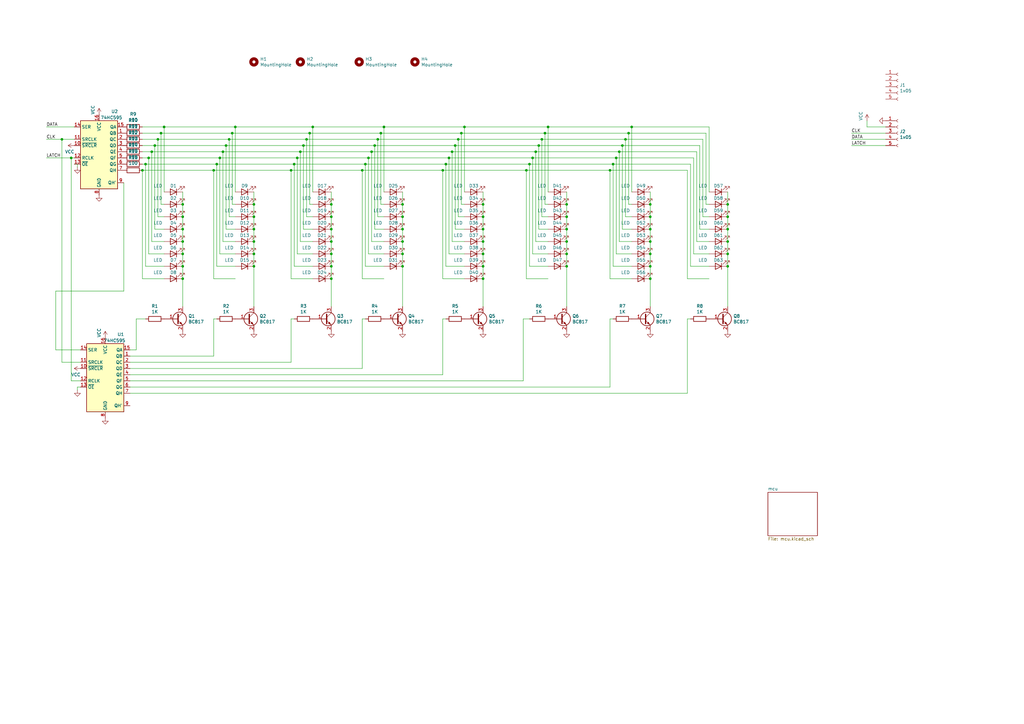
<source format=kicad_sch>
(kicad_sch (version 20231120) (generator "eeschema") (generator_version "8.0")
  (paper "A3")
  (lib_symbols
    (symbol "lepetocontrol-rescue:74HC595-74xx"
      (property "Reference" "U" (at -7.62 13.97 0))
      (property "Value" "74HC595-74xx" (at -7.62 -16.51 0))
      (symbol "74HC595-74xx_1_0"
        (pin tri_state line (at 10.16 7.62 180) (length 2.54) (name "QB") (number "1"))
        (pin input line (at -10.16 2.54 0) (length 2.54) (name "~{SRCLR}") (number "10"))
        (pin input line (at -10.16 5.08 0) (length 2.54) (name "SRCLK") (number "11"))
        (pin input line (at -10.16 -2.54 0) (length 2.54) (name "RCLK") (number "12"))
        (pin input line (at -10.16 -5.08 0) (length 2.54) (name "~{OE}") (number "13"))
        (pin input line (at -10.16 10.16 0) (length 2.54) (name "SER") (number "14"))
        (pin tri_state line (at 10.16 10.16 180) (length 2.54) (name "QA") (number "15"))
        (pin power_in line (at 0 15.24 270) (length 2.54) (name "VCC") (number "16"))
        (pin tri_state line (at 10.16 5.08 180) (length 2.54) (name "QC") (number "2"))
        (pin tri_state line (at 10.16 2.54 180) (length 2.54) (name "QD") (number "3"))
        (pin tri_state line (at 10.16 0 180) (length 2.54) (name "QE") (number "4"))
        (pin tri_state line (at 10.16 -2.54 180) (length 2.54) (name "QF") (number "5"))
        (pin tri_state line (at 10.16 -5.08 180) (length 2.54) (name "QG") (number "6"))
        (pin tri_state line (at 10.16 -7.62 180) (length 2.54) (name "QH") (number "7"))
        (pin power_in line (at 0 -17.78 90) (length 2.54) (name "GND") (number "8"))
        (pin output line (at 10.16 -12.7 180) (length 2.54) (name "QH'") (number "9"))
      )
      (symbol "74HC595-74xx_1_1"
        (rectangle (start -7.62 12.7) (end 7.62 -15.24) (stroke (width 0.254)) (fill (type background)))
      )
    )
    (symbol "lepetocontrol-rescue:BC817-transistors" (pin_names (offset 0) hide)
      (property "Reference" "Q" (at 5.08 1.905 0))
      (property "Value" "BC817-transistors" (at 5.08 0 0))
      (symbol "BC817-transistors_0_1"
        (polyline (pts (xy 0.635 0.635) (xy 2.54 2.54)))
        (polyline (pts (xy 0.635 -0.635) (xy 2.54 -2.54) (xy 2.54 -2.54)))
        (polyline (pts (xy 0.635 1.905) (xy 0.635 -1.905) (xy 0.635 -1.905)) (stroke (width 0.508)))
        (polyline (pts (xy 1.27 -1.778) (xy 1.778 -1.27) (xy 2.286 -2.286) (xy 1.27 -1.778) (xy 1.27 -1.778)) (fill (type outline)))
        (circle (center 1.27 0) (radius 2.8194) (stroke (width 0.254)))
      )
      (symbol "BC817-transistors_1_1"
        (pin input line (at -5.08 0 0) (length 5.715) (name "B") (number "1"))
        (pin passive line (at 2.54 -5.08 90) (length 2.54) (name "E") (number "2"))
        (pin passive line (at 2.54 5.08 270) (length 2.54) (name "C") (number "3"))
      )
    )
    (symbol "lepetocontrol-rescue:Conn_01x05_Female-conn" (pin_names (offset 1.016) hide)
      (property "Reference" "J" (at 0 7.62 0))
      (property "Value" "Conn_01x05_Female-conn" (at 0 -7.62 0))
      (symbol "Conn_01x05_Female-conn_1_1"
        (arc (start 0 -4.572) (mid -0.508 -5.08) (end 0 -5.588) (stroke (width 0.1524)))
        (arc (start 0 -2.032) (mid -0.508 -2.54) (end 0 -3.048) (stroke (width 0.1524)))
        (polyline (pts (xy -1.27 -5.08) (xy -0.508 -5.08)) (stroke (width 0.1524)))
        (polyline (pts (xy -1.27 -2.54) (xy -0.508 -2.54)) (stroke (width 0.1524)))
        (polyline (pts (xy -1.27 0) (xy -0.508 0)) (stroke (width 0.1524)))
        (polyline (pts (xy -1.27 2.54) (xy -0.508 2.54)) (stroke (width 0.1524)))
        (polyline (pts (xy -1.27 5.08) (xy -0.508 5.08)) (stroke (width 0.1524)))
        (arc (start 0 0.508) (mid -0.508 0) (end 0 -0.508) (stroke (width 0.1524)))
        (arc (start 0 3.048) (mid -0.508 2.54) (end 0 2.032) (stroke (width 0.1524)))
        (arc (start 0 5.588) (mid -0.508 5.08) (end 0 4.572) (stroke (width 0.1524)))
        (pin passive line (at -5.08 5.08 0) (length 3.81) (name "Pin_1") (number "1"))
        (pin passive line (at -5.08 2.54 0) (length 3.81) (name "Pin_2") (number "2"))
        (pin passive line (at -5.08 0 0) (length 3.81) (name "Pin_3") (number "3"))
        (pin passive line (at -5.08 -2.54 0) (length 3.81) (name "Pin_4") (number "4"))
        (pin passive line (at -5.08 -5.08 0) (length 3.81) (name "Pin_5") (number "5"))
      )
    )
    (symbol "lepetocontrol-rescue:GND-power" (power) (pin_names (offset 0))
      (property "Value" "GND-power" (at 0 -3.81 0))
      (symbol "GND-power_0_1"
        (polyline (pts (xy 0 0) (xy 0 -1.27) (xy 1.27 -1.27) (xy 0 -2.54) (xy -1.27 -1.27) (xy 0 -1.27)))
      )
      (symbol "GND-power_1_1"
        (pin power_in line (at 0 0 270) (length 0) hide (name "GND") (number "1"))
      )
    )
    (symbol "lepetocontrol-rescue:LED-device" (pin_numbers hide) (pin_names (offset 1.016) hide)
      (property "Reference" "D" (at 0 2.54 0))
      (property "Value" "LED-device" (at 0 -2.54 0))
      (symbol "LED-device_0_1"
        (polyline (pts (xy -1.27 -1.27) (xy -1.27 1.27)) (stroke (width 0.254)))
        (polyline (pts (xy -1.27 0) (xy 1.27 0)))
        (polyline (pts (xy 1.27 -1.27) (xy 1.27 1.27) (xy -1.27 0) (xy 1.27 -1.27)) (stroke (width 0.254)))
        (polyline (pts (xy -3.048 -0.762) (xy -4.572 -2.286) (xy -3.81 -2.286) (xy -4.572 -2.286) (xy -4.572 -1.524)))
        (polyline (pts (xy -1.778 -0.762) (xy -3.302 -2.286) (xy -2.54 -2.286) (xy -3.302 -2.286) (xy -3.302 -1.524)))
      )
      (symbol "LED-device_1_1"
        (pin passive line (at -3.81 0 0) (length 2.54) (name "K") (number "1"))
        (pin passive line (at 3.81 0 180) (length 2.54) (name "A") (number "2"))
      )
    )
    (symbol "lepetocontrol-rescue:MountingHole-mechanical" (pin_names (offset 1.016))
      (property "Reference" "H" (at 0 5.08 0))
      (property "Value" "MountingHole-mechanical" (at 0 3.175 0))
      (symbol "MountingHole-mechanical_0_1"
        (circle (center 0 0) (radius 1.27) (stroke (width 1.27)))
      )
    )
    (symbol "lepetocontrol-rescue:R-device" (pin_numbers hide) (pin_names (offset 0))
      (property "Reference" "R" (at 2.032 0 90))
      (property "Value" "R-device" (at 0 0 90))
      (symbol "R-device_0_1"
        (rectangle (start -1.016 -2.54) (end 1.016 2.54) (stroke (width 0.254)))
      )
      (symbol "R-device_1_1"
        (pin passive line (at 0 3.81 270) (length 1.27) (name "~") (number "1"))
        (pin passive line (at 0 -3.81 90) (length 1.27) (name "~") (number "2"))
      )
    )
    (symbol "lepetocontrol-rescue:VCC-power" (power) (pin_names (offset 0))
      (property "Value" "VCC-power" (at 0 3.81 0))
      (symbol "VCC-power_0_1"
        (polyline (pts (xy -0.762 1.27) (xy 0 2.54)))
        (polyline (pts (xy 0 0) (xy 0 2.54)))
        (polyline (pts (xy 0 2.54) (xy 0.762 1.27)))
      )
      (symbol "VCC-power_1_1"
        (pin power_in line (at 0 0 90) (length 0) hide (name "VCC") (number "1"))
      )
    )
  )
  (junction (at 25.4 57.15))
  (junction (at 125.73 57.15))
  (junction (at 58.42 69.85))
  (junction (at 198.12 114.3))
  (junction (at 74.93 99.06))
  (junction (at 60.96 64.77))
  (junction (at 64.77 57.15))
  (junction (at 119.38 69.85))
  (junction (at 96.52 52.07))
  (junction (at 128.27 52.07))
  (junction (at 184.15 64.77))
  (junction (at 104.14 88.9))
  (junction (at 165.1 104.14))
  (junction (at 266.7 109.22))
  (junction (at 165.1 93.98))
  (junction (at 124.46 59.69))
  (junction (at 74.93 114.3))
  (junction (at 135.89 104.14))
  (junction (at 187.96 57.15))
  (junction (at 157.48 52.07))
  (junction (at 266.7 99.06))
  (junction (at 66.04 54.61))
  (junction (at 91.44 62.23))
  (junction (at 215.9 69.85))
  (junction (at 198.12 88.9))
  (junction (at 266.7 83.82))
  (junction (at 298.45 99.06))
  (junction (at 135.89 93.98))
  (junction (at 165.1 109.22))
  (junction (at 152.4 62.23))
  (junction (at 151.13 64.77))
  (junction (at 232.41 88.9))
  (junction (at 120.65 67.31))
  (junction (at 90.17 64.77))
  (junction (at 266.7 88.9))
  (junction (at 298.45 83.82))
  (junction (at 74.93 83.82))
  (junction (at 123.19 62.23))
  (junction (at 153.67 59.69))
  (junction (at 186.69 59.69))
  (junction (at 88.9 67.31))
  (junction (at 220.98 59.69))
  (junction (at 198.12 83.82))
  (junction (at 62.23 62.23))
  (junction (at 250.19 69.85))
  (junction (at 181.61 69.85))
  (junction (at 104.14 109.22))
  (junction (at 219.71 62.23))
  (junction (at 156.21 54.61))
  (junction (at 257.81 54.61))
  (junction (at 232.41 99.06))
  (junction (at 185.42 62.23))
  (junction (at 149.86 67.31))
  (junction (at 198.12 99.06))
  (junction (at 87.63 69.85))
  (junction (at 127 54.61))
  (junction (at 256.54 57.15))
  (junction (at 298.45 104.14))
  (junction (at 104.14 99.06))
  (junction (at 104.14 93.98))
  (junction (at 198.12 93.98))
  (junction (at 298.45 93.98))
  (junction (at 74.93 109.22))
  (junction (at 218.44 64.77))
  (junction (at 74.93 88.9))
  (junction (at 74.93 104.14))
  (junction (at 224.79 52.07))
  (junction (at 232.41 83.82))
  (junction (at 198.12 104.14))
  (junction (at 93.98 57.15))
  (junction (at 95.25 54.61))
  (junction (at 165.1 99.06))
  (junction (at 29.21 64.77))
  (junction (at 67.31 52.07))
  (junction (at 266.7 93.98))
  (junction (at 190.5 52.07))
  (junction (at 232.41 109.22))
  (junction (at 198.12 109.22))
  (junction (at 135.89 109.22))
  (junction (at 259.08 52.07))
  (junction (at 189.23 54.61))
  (junction (at 255.27 59.69))
  (junction (at 92.71 59.69))
  (junction (at 266.7 114.3))
  (junction (at 298.45 109.22))
  (junction (at 251.46 67.31))
  (junction (at 254 62.23))
  (junction (at 135.89 88.9))
  (junction (at 266.7 104.14))
  (junction (at 298.45 88.9))
  (junction (at 63.5 59.69))
  (junction (at 223.52 54.61))
  (junction (at 135.89 99.06))
  (junction (at 59.69 67.31))
  (junction (at 165.1 83.82))
  (junction (at 121.92 64.77))
  (junction (at 182.88 67.31))
  (junction (at 232.41 93.98))
  (junction (at 104.14 104.14))
  (junction (at 232.41 104.14))
  (junction (at 135.89 114.3))
  (junction (at 165.1 88.9))
  (junction (at 148.59 69.85))
  (junction (at 104.14 83.82))
  (junction (at 252.73 64.77))
  (junction (at 135.89 83.82))
  (junction (at 74.93 93.98))
  (junction (at 217.17 67.31))
  (junction (at 222.25 57.15))
  (junction (at 154.94 57.15))
  (wire (pts (xy 287.02 59.69) (xy 287.02 93.98)))
  (wire (pts (xy 90.17 104.14) (xy 96.52 104.14)))
  (wire (pts (xy 232.41 83.82) (xy 232.41 88.9)))
  (wire (pts (xy 74.93 93.98) (xy 74.93 99.06)))
  (wire (pts (xy 285.75 62.23) (xy 285.75 99.06)))
  (wire (pts (xy 156.21 54.61) (xy 189.23 54.61)))
  (wire (pts (xy 135.89 88.9) (xy 135.89 93.98)))
  (wire (pts (xy 232.41 88.9) (xy 232.41 93.98)))
  (wire (pts (xy 87.63 69.85) (xy 87.63 114.3)))
  (wire (pts (xy 63.5 59.69) (xy 92.71 59.69)))
  (wire (pts (xy 91.44 62.23) (xy 123.19 62.23)))
  (wire (pts (xy 63.5 59.69) (xy 63.5 93.98)))
  (wire (pts (xy 257.81 54.61) (xy 289.56 54.61)))
  (wire (pts (xy 135.89 99.06) (xy 135.89 104.14)))
  (wire (pts (xy 281.94 161.29) (xy 53.34 161.29)))
  (wire (pts (xy 298.45 104.14) (xy 298.45 109.22)))
  (wire (pts (xy 232.41 104.14) (xy 232.41 109.22)))
  (wire (pts (xy 53.34 158.75) (xy 250.19 158.75)))
  (wire (pts (xy 149.86 67.31) (xy 149.86 109.22)))
  (wire (pts (xy 95.25 54.61) (xy 127 54.61)))
  (wire (pts (xy 165.1 104.14) (xy 165.1 109.22)))
  (wire (pts (xy 220.98 59.69) (xy 255.27 59.69)))
  (wire (pts (xy 74.93 114.3) (xy 74.93 125.73)))
  (wire (pts (xy 250.19 130.81) (xy 251.46 130.81)))
  (wire (pts (xy 128.27 52.07) (xy 157.48 52.07)))
  (wire (pts (xy 156.21 83.82) (xy 157.48 83.82)))
  (wire (pts (xy 29.21 156.21) (xy 29.21 64.77)))
  (wire (pts (xy 198.12 99.06) (xy 198.12 104.14)))
  (wire (pts (xy 184.15 104.14) (xy 190.5 104.14)))
  (wire (pts (xy 284.48 104.14) (xy 290.83 104.14)))
  (wire (pts (xy 124.46 59.69) (xy 124.46 93.98)))
  (wire (pts (xy 186.69 59.69) (xy 186.69 93.98)))
  (wire (pts (xy 289.56 83.82) (xy 290.83 83.82)))
  (wire (pts (xy 266.7 99.06) (xy 266.7 104.14)))
  (wire (pts (xy 148.59 114.3) (xy 157.48 114.3)))
  (wire (pts (xy 187.96 57.15) (xy 187.96 88.9)))
  (wire (pts (xy 88.9 67.31) (xy 88.9 109.22)))
  (wire (pts (xy 363.22 59.69) (xy 349.25 59.69)))
  (wire (pts (xy 92.71 59.69) (xy 92.71 93.98)))
  (wire (pts (xy 266.7 83.82) (xy 266.7 88.9)))
  (wire (pts (xy 298.45 109.22) (xy 298.45 125.73)))
  (wire (pts (xy 220.98 93.98) (xy 224.79 93.98)))
  (wire (pts (xy 29.21 64.77) (xy 30.48 64.77)))
  (wire (pts (xy 92.71 59.69) (xy 124.46 59.69)))
  (wire (pts (xy 250.19 69.85) (xy 281.94 69.85)))
  (wire (pts (xy 281.94 114.3) (xy 290.83 114.3)))
  (wire (pts (xy 254 62.23) (xy 254 99.06)))
  (wire (pts (xy 148.59 130.81) (xy 149.86 130.81)))
  (wire (pts (xy 58.42 114.3) (xy 67.31 114.3)))
  (wire (pts (xy 119.38 130.81) (xy 120.65 130.81)))
  (wire (pts (xy 53.34 156.21) (xy 214.63 156.21)))
  (wire (pts (xy 255.27 59.69) (xy 255.27 93.98)))
  (wire (pts (xy 198.12 83.82) (xy 198.12 88.9)))
  (wire (pts (xy 283.21 109.22) (xy 290.83 109.22)))
  (wire (pts (xy 149.86 67.31) (xy 182.88 67.31)))
  (wire (pts (xy 55.88 143.51) (xy 55.88 130.81)))
  (wire (pts (xy 53.34 148.59) (xy 119.38 148.59)))
  (wire (pts (xy 254 62.23) (xy 285.75 62.23)))
  (wire (pts (xy 58.42 64.77) (xy 60.96 64.77)))
  (wire (pts (xy 259.08 52.07) (xy 290.83 52.07)))
  (wire (pts (xy 157.48 52.07) (xy 157.48 78.74)))
  (wire (pts (xy 224.79 52.07) (xy 224.79 78.74)))
  (wire (pts (xy 218.44 64.77) (xy 252.73 64.77)))
  (wire (pts (xy 135.89 114.3) (xy 135.89 125.73)))
  (wire (pts (xy 223.52 54.61) (xy 223.52 83.82)))
  (wire (pts (xy 58.42 69.85) (xy 58.42 114.3)))
  (wire (pts (xy 67.31 52.07) (xy 96.52 52.07)))
  (wire (pts (xy 63.5 93.98) (xy 67.31 93.98)))
  (wire (pts (xy 59.69 67.31) (xy 59.69 109.22)))
  (wire (pts (xy 363.22 57.15) (xy 349.25 57.15)))
  (wire (pts (xy 104.14 109.22) (xy 104.14 125.73)))
  (wire (pts (xy 121.92 64.77) (xy 151.13 64.77)))
  (wire (pts (xy 290.83 52.07) (xy 290.83 78.74)))
  (wire (pts (xy 104.14 93.98) (xy 104.14 99.06)))
  (wire (pts (xy 198.12 104.14) (xy 198.12 109.22)))
  (wire (pts (xy 156.21 54.61) (xy 156.21 83.82)))
  (wire (pts (xy 123.19 62.23) (xy 152.4 62.23)))
  (wire (pts (xy 222.25 88.9) (xy 224.79 88.9)))
  (wire (pts (xy 120.65 67.31) (xy 120.65 109.22)))
  (wire (pts (xy 119.38 114.3) (xy 128.27 114.3)))
  (wire (pts (xy 250.19 158.75) (xy 250.19 130.81)))
  (wire (pts (xy 186.69 59.69) (xy 220.98 59.69)))
  (wire (pts (xy 151.13 64.77) (xy 151.13 104.14)))
  (wire (pts (xy 127 83.82) (xy 128.27 83.82)))
  (wire (pts (xy 266.7 114.3) (xy 266.7 125.73)))
  (wire (pts (xy 232.41 99.06) (xy 232.41 104.14)))
  (wire (pts (xy 58.42 69.85) (xy 87.63 69.85)))
  (wire (pts (xy 128.27 52.07) (xy 128.27 78.74)))
  (wire (pts (xy 152.4 62.23) (xy 152.4 99.06)))
  (wire (pts (xy 74.93 109.22) (xy 74.93 114.3)))
  (wire (pts (xy 124.46 59.69) (xy 153.67 59.69)))
  (wire (pts (xy 149.86 109.22) (xy 157.48 109.22)))
  (wire (pts (xy 121.92 64.77) (xy 121.92 104.14)))
  (wire (pts (xy 154.94 57.15) (xy 187.96 57.15)))
  (wire (pts (xy 33.02 143.51) (xy 22.86 143.51)))
  (wire (pts (xy 165.1 83.82) (xy 165.1 88.9)))
  (wire (pts (xy 254 99.06) (xy 259.08 99.06)))
  (wire (pts (xy 256.54 88.9) (xy 259.08 88.9)))
  (wire (pts (xy 53.34 153.67) (xy 181.61 153.67)))
  (wire (pts (xy 91.44 62.23) (xy 91.44 99.06)))
  (wire (pts (xy 153.67 59.69) (xy 186.69 59.69)))
  (wire (pts (xy 224.79 52.07) (xy 259.08 52.07)))
  (wire (pts (xy 148.59 151.13) (xy 148.59 130.81)))
  (wire (pts (xy 58.42 54.61) (xy 66.04 54.61)))
  (wire (pts (xy 198.12 78.74) (xy 198.12 83.82)))
  (wire (pts (xy 53.34 143.51) (xy 55.88 143.51)))
  (wire (pts (xy 182.88 67.31) (xy 217.17 67.31)))
  (wire (pts (xy 87.63 130.81) (xy 88.9 130.81)))
  (wire (pts (xy 214.63 130.81) (xy 217.17 130.81)))
  (wire (pts (xy 187.96 88.9) (xy 190.5 88.9)))
  (wire (pts (xy 283.21 67.31) (xy 283.21 109.22)))
  (wire (pts (xy 298.45 99.06) (xy 298.45 104.14)))
  (wire (pts (xy 256.54 57.15) (xy 288.29 57.15)))
  (wire (pts (xy 92.71 93.98) (xy 96.52 93.98)))
  (wire (pts (xy 214.63 156.21) (xy 214.63 130.81)))
  (wire (pts (xy 298.45 88.9) (xy 298.45 93.98)))
  (wire (pts (xy 96.52 52.07) (xy 96.52 78.74)))
  (wire (pts (xy 74.93 104.14) (xy 74.93 109.22)))
  (wire (pts (xy 135.89 93.98) (xy 135.89 99.06)))
  (wire (pts (xy 222.25 57.15) (xy 256.54 57.15)))
  (wire (pts (xy 190.5 52.07) (xy 190.5 78.74)))
  (wire (pts (xy 88.9 67.31) (xy 120.65 67.31)))
  (wire (pts (xy 120.65 109.22) (xy 128.27 109.22)))
  (wire (pts (xy 152.4 62.23) (xy 185.42 62.23)))
  (wire (pts (xy 58.42 57.15) (xy 64.77 57.15)))
  (wire (pts (xy 181.61 153.67) (xy 181.61 130.81)))
  (wire (pts (xy 64.77 57.15) (xy 93.98 57.15)))
  (wire (pts (xy 252.73 64.77) (xy 284.48 64.77)))
  (wire (pts (xy 91.44 99.06) (xy 96.52 99.06)))
  (wire (pts (xy 104.14 88.9) (xy 104.14 93.98)))
  (wire (pts (xy 217.17 67.31) (xy 217.17 109.22)))
  (wire (pts (xy 189.23 83.82) (xy 190.5 83.82)))
  (wire (pts (xy 283.21 130.81) (xy 281.94 130.81)))
  (wire (pts (xy 257.81 54.61) (xy 257.81 83.82)))
  (wire (pts (xy 252.73 104.14) (xy 259.08 104.14)))
  (wire (pts (xy 355.6 52.07) (xy 355.6 49.53)))
  (wire (pts (xy 96.52 52.07) (xy 128.27 52.07)))
  (wire (pts (xy 266.7 104.14) (xy 266.7 109.22)))
  (wire (pts (xy 153.67 59.69) (xy 153.67 93.98)))
  (wire (pts (xy 151.13 64.77) (xy 184.15 64.77)))
  (wire (pts (xy 67.31 52.07) (xy 67.31 78.74)))
  (wire (pts (xy 135.89 104.14) (xy 135.89 109.22)))
  (wire (pts (xy 181.61 130.81) (xy 182.88 130.81)))
  (wire (pts (xy 95.25 54.61) (xy 95.25 83.82)))
  (wire (pts (xy 25.4 57.15) (xy 19.05 57.15)))
  (wire (pts (xy 127 54.61) (xy 127 83.82)))
  (wire (pts (xy 53.34 146.05) (xy 87.63 146.05)))
  (wire (pts (xy 66.04 83.82) (xy 67.31 83.82)))
  (wire (pts (xy 50.8 74.93) (xy 50.8 119.38)))
  (wire (pts (xy 62.23 62.23) (xy 62.23 99.06)))
  (wire (pts (xy 29.21 64.77) (xy 19.05 64.77)))
  (wire (pts (xy 288.29 57.15) (xy 288.29 88.9)))
  (wire (pts (xy 255.27 93.98) (xy 259.08 93.98)))
  (wire (pts (xy 120.65 67.31) (xy 149.86 67.31)))
  (wire (pts (xy 59.69 109.22) (xy 67.31 109.22)))
  (wire (pts (xy 119.38 148.59) (xy 119.38 130.81)))
  (wire (pts (xy 190.5 52.07) (xy 224.79 52.07)))
  (wire (pts (xy 281.94 69.85) (xy 281.94 114.3)))
  (wire (pts (xy 184.15 64.77) (xy 184.15 104.14)))
  (wire (pts (xy 289.56 54.61) (xy 289.56 83.82)))
  (wire (pts (xy 124.46 93.98) (xy 128.27 93.98)))
  (wire (pts (xy 215.9 69.85) (xy 250.19 69.85)))
  (wire (pts (xy 250.19 69.85) (xy 250.19 114.3)))
  (wire (pts (xy 33.02 148.59) (xy 25.4 148.59)))
  (wire (pts (xy 157.48 52.07) (xy 190.5 52.07)))
  (wire (pts (xy 93.98 88.9) (xy 96.52 88.9)))
  (wire (pts (xy 218.44 64.77) (xy 218.44 104.14)))
  (wire (pts (xy 125.73 57.15) (xy 154.94 57.15)))
  (wire (pts (xy 256.54 57.15) (xy 256.54 88.9)))
  (wire (pts (xy 198.12 114.3) (xy 198.12 125.73)))
  (wire (pts (xy 252.73 64.77) (xy 252.73 104.14)))
  (wire (pts (xy 152.4 99.06) (xy 157.48 99.06)))
  (wire (pts (xy 287.02 93.98) (xy 290.83 93.98)))
  (wire (pts (xy 165.1 99.06) (xy 165.1 104.14)))
  (wire (pts (xy 30.48 67.31) (xy 31.75 67.31)))
  (wire (pts (xy 298.45 93.98) (xy 298.45 99.06)))
  (wire (pts (xy 90.17 64.77) (xy 121.92 64.77)))
  (wire (pts (xy 219.71 62.23) (xy 219.71 99.06)))
  (wire (pts (xy 58.42 67.31) (xy 59.69 67.31)))
  (wire (pts (xy 165.1 78.74) (xy 165.1 83.82)))
  (wire (pts (xy 185.42 99.06) (xy 190.5 99.06)))
  (wire (pts (xy 182.88 67.31) (xy 182.88 109.22)))
  (wire (pts (xy 298.45 78.74) (xy 298.45 83.82)))
  (wire (pts (xy 220.98 59.69) (xy 220.98 93.98)))
  (wire (pts (xy 181.61 114.3) (xy 190.5 114.3)))
  (wire (pts (xy 55.88 130.81) (xy 59.69 130.81)))
  (wire (pts (xy 165.1 88.9) (xy 165.1 93.98)))
  (wire (pts (xy 60.96 64.77) (xy 90.17 64.77)))
  (wire (pts (xy 266.7 88.9) (xy 266.7 93.98)))
  (wire (pts (xy 74.93 83.82) (xy 74.93 88.9)))
  (wire (pts (xy 153.67 93.98) (xy 157.48 93.98)))
  (wire (pts (xy 288.29 88.9) (xy 290.83 88.9)))
  (wire (pts (xy 148.59 69.85) (xy 181.61 69.85)))
  (wire (pts (xy 135.89 78.74) (xy 135.89 83.82)))
  (wire (pts (xy 215.9 114.3) (xy 224.79 114.3)))
  (wire (pts (xy 285.75 99.06) (xy 290.83 99.06)))
  (wire (pts (xy 58.42 59.69) (xy 63.5 59.69)))
  (wire (pts (xy 66.04 54.61) (xy 95.25 54.61)))
  (wire (pts (xy 58.42 62.23) (xy 62.23 62.23)))
  (wire (pts (xy 215.9 69.85) (xy 215.9 114.3)))
  (wire (pts (xy 281.94 130.81) (xy 281.94 161.29)))
  (wire (pts (xy 33.02 156.21) (xy 29.21 156.21)))
  (wire (pts (xy 119.38 69.85) (xy 148.59 69.85)))
  (wire (pts (xy 259.08 52.07) (xy 259.08 78.74)))
  (wire (pts (xy 355.6 52.07) (xy 363.22 52.07)))
  (wire (pts (xy 217.17 109.22) (xy 224.79 109.22)))
  (wire (pts (xy 185.42 62.23) (xy 185.42 99.06)))
  (wire (pts (xy 198.12 93.98) (xy 198.12 99.06)))
  (wire (pts (xy 135.89 109.22) (xy 135.89 114.3)))
  (wire (pts (xy 88.9 109.22) (xy 96.52 109.22)))
  (wire (pts (xy 125.73 88.9) (xy 128.27 88.9)))
  (wire (pts (xy 66.04 54.61) (xy 66.04 83.82)))
  (wire (pts (xy 222.25 57.15) (xy 222.25 88.9)))
  (wire (pts (xy 95.25 83.82) (xy 96.52 83.82)))
  (wire (pts (xy 184.15 64.77) (xy 218.44 64.77)))
  (wire (pts (xy 104.14 104.14) (xy 104.14 109.22)))
  (wire (pts (xy 62.23 99.06) (xy 67.31 99.06)))
  (wire (pts (xy 266.7 109.22) (xy 266.7 114.3)))
  (wire (pts (xy 218.44 104.14) (xy 224.79 104.14)))
  (wire (pts (xy 93.98 57.15) (xy 93.98 88.9)))
  (wire (pts (xy 104.14 83.82) (xy 104.14 88.9)))
  (wire (pts (xy 186.69 93.98) (xy 190.5 93.98)))
  (wire (pts (xy 181.61 69.85) (xy 215.9 69.85)))
  (wire (pts (xy 251.46 109.22) (xy 259.08 109.22)))
  (wire (pts (xy 31.75 67.31) (xy 31.75 68.58)))
  (wire (pts (xy 148.59 69.85) (xy 148.59 114.3)))
  (wire (pts (xy 198.12 88.9) (xy 198.12 93.98)))
  (wire (pts (xy 284.48 64.77) (xy 284.48 104.14)))
  (wire (pts (xy 60.96 64.77) (xy 60.96 104.14)))
  (wire (pts (xy 127 54.61) (xy 156.21 54.61)))
  (wire (pts (xy 151.13 104.14) (xy 157.48 104.14)))
  (wire (pts (xy 31.75 158.75) (xy 31.75 160.02)))
  (wire (pts (xy 165.1 109.22) (xy 165.1 125.73)))
  (wire (pts (xy 60.96 104.14) (xy 67.31 104.14)))
  (wire (pts (xy 255.27 59.69) (xy 287.02 59.69)))
  (wire (pts (xy 232.41 78.74) (xy 232.41 83.82)))
  (wire (pts (xy 266.7 93.98) (xy 266.7 99.06)))
  (wire (pts (xy 104.14 99.06) (xy 104.14 104.14)))
  (wire (pts (xy 64.77 88.9) (xy 67.31 88.9)))
  (wire (pts (xy 232.41 109.22) (xy 232.41 125.73)))
  (wire (pts (xy 50.8 119.38) (xy 22.86 119.38)))
  (wire (pts (xy 266.7 78.74) (xy 266.7 83.82)))
  (wire (pts (xy 187.96 57.15) (xy 222.25 57.15)))
  (wire (pts (xy 74.93 78.74) (xy 74.93 83.82)))
  (wire (pts (xy 250.19 114.3) (xy 259.08 114.3)))
  (wire (pts (xy 121.92 104.14) (xy 128.27 104.14)))
  (wire (pts (xy 22.86 119.38) (xy 22.86 143.51)))
  (wire (pts (xy 119.38 69.85) (xy 119.38 114.3)))
  (wire (pts (xy 251.46 67.31) (xy 251.46 109.22)))
  (wire (pts (xy 135.89 83.82) (xy 135.89 88.9)))
  (wire (pts (xy 363.22 54.61) (xy 349.25 54.61)))
  (wire (pts (xy 257.81 83.82) (xy 259.08 83.82)))
  (wire (pts (xy 251.46 67.31) (xy 283.21 67.31)))
  (wire (pts (xy 62.23 62.23) (xy 91.44 62.23)))
  (wire (pts (xy 189.23 54.61) (xy 223.52 54.61)))
  (wire (pts (xy 223.52 54.61) (xy 257.81 54.61)))
  (wire (pts (xy 217.17 67.31) (xy 251.46 67.31)))
  (wire (pts (xy 74.93 88.9) (xy 74.93 93.98)))
  (wire (pts (xy 58.42 52.07) (xy 67.31 52.07)))
  (wire (pts (xy 90.17 64.77) (xy 90.17 104.14)))
  (wire (pts (xy 298.45 83.82) (xy 298.45 88.9)))
  (wire (pts (xy 59.69 67.31) (xy 88.9 67.31)))
  (wire (pts (xy 87.63 146.05) (xy 87.63 130.81)))
  (wire (pts (xy 185.42 62.23) (xy 219.71 62.23)))
  (wire (pts (xy 93.98 57.15) (xy 125.73 57.15)))
  (wire (pts (xy 223.52 83.82) (xy 224.79 83.82)))
  (wire (pts (xy 33.02 158.75) (xy 31.75 158.75)))
  (wire (pts (xy 219.71 62.23) (xy 254 62.23)))
  (wire (pts (xy 154.94 88.9) (xy 157.48 88.9)))
  (wire (pts (xy 198.12 109.22) (xy 198.12 114.3)))
  (wire (pts (xy 87.63 114.3) (xy 96.52 114.3)))
  (wire (pts (xy 165.1 93.98) (xy 165.1 99.06)))
  (wire (pts (xy 74.93 99.06) (xy 74.93 104.14)))
  (wire (pts (xy 182.88 109.22) (xy 190.5 109.22)))
  (wire (pts (xy 189.23 54.61) (xy 189.23 83.82)))
  (wire (pts (xy 181.61 69.85) (xy 181.61 114.3)))
  (wire (pts (xy 64.77 57.15) (xy 64.77 88.9)))
  (wire (pts (xy 123.19 99.06) (xy 128.27 99.06)))
  (wire (pts (xy 25.4 148.59) (xy 25.4 57.15)))
  (wire (pts (xy 104.14 78.74) (xy 104.14 83.82)))
  (wire (pts (xy 87.63 69.85) (xy 119.38 69.85)))
  (wire (pts (xy 125.73 57.15) (xy 125.73 88.9)))
  (wire (pts (xy 232.41 93.98) (xy 232.41 99.06)))
  (wire (pts (xy 123.19 62.23) (xy 123.19 99.06)))
  (wire (pts (xy 30.48 57.15) (xy 25.4 57.15)))
  (wire (pts (xy 19.05 52.07) (xy 30.48 52.07)))
  (wire (pts (xy 53.34 151.13) (xy 148.59 151.13)))
  (wire (pts (xy 219.71 99.06) (xy 224.79 99.06)))
  (wire (pts (xy 154.94 57.15) (xy 154.94 88.9)))
  (label "LATCH" (at 19.05 64.77 0))
  (label "CLK" (at 19.05 57.15 0))
  (label "DATA" (at 19.05 52.07 0))
  (label "CLK" (at 349.25 54.61 0))
  (label "LATCH" (at 349.25 59.69 0))
  (label "DATA" (at 349.25 57.15 0))
  (symbol (lib_id "lepetocontrol-rescue:GND-power") (at 31.75 68.58 0) (unit 1)
    (property "Reference" "#PWR0109" (effects (hide yes)))
    (property "Value" "GND" (effects (hide yes)))
  )
  (symbol (lib_id "lepetocontrol-rescue:GND-power") (at 31.75 160.02 0) (unit 1)
    (property "Reference" "#PWR0110" (effects (hide yes)))
    (property "Value" "GND" (effects (hide yes)))
  )
  (symbol (lib_id "lepetocontrol-rescue:GND-power") (at 43.18 171.45 0) (unit 1)
    (property "Reference" "#PWR0111" (effects (hide yes)))
    (property "Value" "GND" (effects (hide yes)))
  )
  (symbol (lib_id "lepetocontrol-rescue:GND-power") (at 40.64 80.01 0) (unit 1)
    (property "Reference" "#PWR0112" (effects (hide yes)))
    (property "Value" "GND" (effects (hide yes)))
  )
  (symbol (lib_id "lepetocontrol-rescue:MountingHole-mechanical") (at 104.14 25.4 0) (unit 1)
    (property "Reference" "H1" (at 106.68 24.2316 0) (effects (justify left)))
    (property "Value" "MountingHole" (at 106.68 26.543 0) (effects (justify left)))
    (property "Footprint" "lepetocontrol:pot-mounting-hole" (effects (hide yes)))
  )
  (symbol (lib_id "lepetocontrol-rescue:MountingHole-mechanical") (at 123.19 25.4 0) (unit 1)
    (property "Reference" "H2" (at 125.73 24.2316 0) (effects (justify left)))
    (property "Value" "MountingHole" (at 125.73 26.543 0) (effects (justify left)))
    (property "Footprint" "lepetocontrol:pot-mounting-hole" (effects (hide yes)))
  )
  (symbol (lib_id "lepetocontrol-rescue:MountingHole-mechanical") (at 147.32 25.4 0) (unit 1)
    (property "Reference" "H3" (at 149.86 24.2316 0) (effects (justify left)))
    (property "Value" "MountingHole" (at 149.86 26.543 0) (effects (justify left)))
    (property "Footprint" "lepetocontrol:pot-mounting-hole" (effects (hide yes)))
  )
  (symbol (lib_id "lepetocontrol-rescue:MountingHole-mechanical") (at 170.18 25.4 0) (unit 1)
    (property "Reference" "H4" (at 172.72 24.2316 0) (effects (justify left)))
    (property "Value" "MountingHole" (at 172.72 26.543 0) (effects (justify left)))
    (property "Footprint" "lepetocontrol:pot-mounting-hole" (effects (hide yes)))
  )
  (symbol (lib_id "lepetocontrol-rescue:LED-device") (at 71.12 78.74 180) (unit 1)
    (property "Reference" "D1" (at 71.12 76.2 0))
    (property "Value" "LED" (at 64.77 76.2 0))
    (property "Footprint" "LEDs:LED_0402" (effects (hide yes)))
  )
  (symbol (lib_id "lepetocontrol-rescue:LED-device") (at 71.12 83.82 180) (unit 1)
    (property "Reference" "D2" (at 71.12 81.28 0))
    (property "Value" "LED" (at 64.77 81.28 0))
    (property "Footprint" "LEDs:LED_0402" (effects (hide yes)))
  )
  (symbol (lib_id "lepetocontrol-rescue:LED-device") (at 71.12 88.9 180) (unit 1)
    (property "Reference" "D3" (at 71.12 86.36 0))
    (property "Value" "LED" (at 64.77 86.36 0))
    (property "Footprint" "LEDs:LED_0402" (effects (hide yes)))
  )
  (symbol (lib_id "lepetocontrol-rescue:LED-device") (at 71.12 93.98 180) (unit 1)
    (property "Reference" "D4" (at 71.12 91.44 0))
    (property "Value" "LED" (at 64.77 91.44 0))
    (property "Footprint" "LEDs:LED_0402" (effects (hide yes)))
  )
  (symbol (lib_id "lepetocontrol-rescue:LED-device") (at 71.12 99.06 180) (unit 1)
    (property "Reference" "D5" (at 71.12 96.52 0))
    (property "Value" "LED" (at 64.77 96.52 0))
    (property "Footprint" "LEDs:LED_0402" (effects (hide yes)))
  )
  (symbol (lib_id "lepetocontrol-rescue:LED-device") (at 71.12 104.14 180) (unit 1)
    (property "Reference" "D6" (at 71.12 101.6 0))
    (property "Value" "LED" (at 64.77 101.6 0))
    (property "Footprint" "LEDs:LED_0402" (effects (hide yes)))
  )
  (symbol (lib_id "lepetocontrol-rescue:LED-device") (at 71.12 109.22 180) (unit 1)
    (property "Reference" "D7" (at 71.12 106.68 0))
    (property "Value" "LED" (at 64.77 106.68 0))
    (property "Footprint" "LEDs:LED_0402" (effects (hide yes)))
  )
  (symbol (lib_id "lepetocontrol-rescue:LED-device") (at 71.12 114.3 180) (unit 1)
    (property "Reference" "D8" (at 71.12 111.76 0))
    (property "Value" "LED" (at 64.77 111.76 0))
    (property "Footprint" "LEDs:LED_0402" (effects (hide yes)))
  )
  (symbol (lib_id "lepetocontrol-rescue:LED-device") (at 100.33 78.74 180) (unit 1)
    (property "Reference" "D9" (at 100.33 76.2 0))
    (property "Value" "LED" (at 93.98 76.2 0))
    (property "Footprint" "LEDs:LED_0402" (effects (hide yes)))
  )
  (symbol (lib_id "lepetocontrol-rescue:LED-device") (at 100.33 83.82 180) (unit 1)
    (property "Reference" "D10" (at 100.33 81.28 0))
    (property "Value" "LED" (at 93.98 81.28 0))
    (property "Footprint" "LEDs:LED_0402" (effects (hide yes)))
  )
  (symbol (lib_id "lepetocontrol-rescue:LED-device") (at 100.33 88.9 180) (unit 1)
    (property "Reference" "D11" (at 100.33 86.36 0))
    (property "Value" "LED" (at 93.98 86.36 0))
    (property "Footprint" "LEDs:LED_0402" (effects (hide yes)))
  )
  (symbol (lib_id "lepetocontrol-rescue:LED-device") (at 100.33 93.98 180) (unit 1)
    (property "Reference" "D12" (at 100.33 91.44 0))
    (property "Value" "LED" (at 93.98 91.44 0))
    (property "Footprint" "LEDs:LED_0402" (effects (hide yes)))
  )
  (symbol (lib_id "lepetocontrol-rescue:LED-device") (at 100.33 99.06 180) (unit 1)
    (property "Reference" "D13" (at 100.33 96.52 0))
    (property "Value" "LED" (at 93.98 96.52 0))
    (property "Footprint" "LEDs:LED_0402" (effects (hide yes)))
  )
  (symbol (lib_id "lepetocontrol-rescue:LED-device") (at 100.33 104.14 180) (unit 1)
    (property "Reference" "D14" (at 100.33 101.6 0))
    (property "Value" "LED" (at 93.98 101.6 0))
    (property "Footprint" "LEDs:LED_0402" (effects (hide yes)))
  )
  (symbol (lib_id "lepetocontrol-rescue:LED-device") (at 100.33 109.22 180) (unit 1)
    (property "Reference" "D15" (at 100.33 106.68 0))
    (property "Value" "LED" (at 93.98 106.68 0))
    (property "Footprint" "LEDs:LED_0402" (effects (hide yes)))
  )
  (symbol (lib_id "lepetocontrol-rescue:74HC595-74xx") (at 43.18 153.67 0) (unit 1)
    (property "Reference" "U1" (at 49.53 137.16 0))
    (property "Value" "74HC595" (at 46.99 139.7 0))
    (property "Footprint" "Housings_SOIC:SOIC-16_3.9x9.9mm_Pitch1.27mm" (effects (hide yes)))
    (property "Datasheet" "http://www.ti.com/lit/ds/symlink/sn74hc595.pdf" (effects (hide yes)))
  )
  (symbol (lib_id "lepetocontrol-rescue:LED-device") (at 132.08 78.74 180) (unit 1)
    (property "Reference" "D17" (at 132.08 76.2 0))
    (property "Value" "LED" (at 125.73 76.2 0))
    (property "Footprint" "LEDs:LED_0402" (effects (hide yes)))
  )
  (symbol (lib_id "lepetocontrol-rescue:LED-device") (at 132.08 83.82 180) (unit 1)
    (property "Reference" "D18" (at 132.08 81.28 0))
    (property "Value" "LED" (at 125.73 81.28 0))
    (property "Footprint" "LEDs:LED_0402" (effects (hide yes)))
  )
  (symbol (lib_id "lepetocontrol-rescue:LED-device") (at 132.08 88.9 180) (unit 1)
    (property "Reference" "D19" (at 132.08 86.36 0))
    (property "Value" "LED" (at 125.73 86.36 0))
    (property "Footprint" "LEDs:LED_0402" (effects (hide yes)))
  )
  (symbol (lib_id "lepetocontrol-rescue:LED-device") (at 132.08 93.98 180) (unit 1)
    (property "Reference" "D20" (at 132.08 91.44 0))
    (property "Value" "LED" (at 125.73 91.44 0))
    (property "Footprint" "LEDs:LED_0402" (effects (hide yes)))
  )
  (symbol (lib_id "lepetocontrol-rescue:LED-device") (at 132.08 99.06 180) (unit 1)
    (property "Reference" "D21" (at 132.08 96.52 0))
    (property "Value" "LED" (at 125.73 96.52 0))
    (property "Footprint" "LEDs:LED_0402" (effects (hide yes)))
  )
  (symbol (lib_id "lepetocontrol-rescue:LED-device") (at 132.08 104.14 180) (unit 1)
    (property "Reference" "D22" (at 132.08 101.6 0))
    (property "Value" "LED" (at 125.73 101.6 0))
    (property "Footprint" "LEDs:LED_0402" (effects (hide yes)))
  )
  (symbol (lib_id "lepetocontrol-rescue:LED-device") (at 132.08 109.22 180) (unit 1)
    (property "Reference" "D23" (at 132.08 106.68 0))
    (property "Value" "LED" (at 125.73 106.68 0))
    (property "Footprint" "LEDs:LED_0402" (effects (hide yes)))
  )
  (symbol (lib_id "lepetocontrol-rescue:LED-device") (at 132.08 114.3 180) (unit 1)
    (property "Reference" "D24" (at 132.08 111.76 0))
    (property "Value" "LED" (at 125.73 111.76 0))
    (property "Footprint" "LEDs:LED_0402" (effects (hide yes)))
  )
  (symbol (lib_id "lepetocontrol-rescue:LED-device") (at 161.29 78.74 180) (unit 1)
    (property "Reference" "D25" (at 161.29 76.2 0))
    (property "Value" "LED" (at 154.94 76.2 0))
    (property "Footprint" "LEDs:LED_0402" (effects (hide yes)))
  )
  (symbol (lib_id "lepetocontrol-rescue:LED-device") (at 161.29 83.82 180) (unit 1)
    (property "Reference" "D26" (at 161.29 81.28 0))
    (property "Value" "LED" (at 154.94 81.28 0))
    (property "Footprint" "LEDs:LED_0402" (effects (hide yes)))
  )
  (symbol (lib_id "lepetocontrol-rescue:LED-device") (at 161.29 88.9 180) (unit 1)
    (property "Reference" "D27" (at 161.29 86.36 0))
    (property "Value" "LED" (at 154.94 86.36 0))
    (property "Footprint" "LEDs:LED_0402" (effects (hide yes)))
  )
  (symbol (lib_id "lepetocontrol-rescue:LED-device") (at 161.29 93.98 180) (unit 1)
    (property "Reference" "D28" (at 161.29 91.44 0))
    (property "Value" "LED" (at 154.94 91.44 0))
    (property "Footprint" "LEDs:LED_0402" (effects (hide yes)))
  )
  (symbol (lib_id "lepetocontrol-rescue:LED-device") (at 161.29 99.06 180) (unit 1)
    (property "Reference" "D29" (at 161.29 96.52 0))
    (property "Value" "LED" (at 154.94 96.52 0))
    (property "Footprint" "LEDs:LED_0402" (effects (hide yes)))
  )
  (symbol (lib_id "lepetocontrol-rescue:LED-device") (at 161.29 104.14 180) (unit 1)
    (property "Reference" "D30" (at 161.29 101.6 0))
    (property "Value" "LED" (at 154.94 101.6 0))
    (property "Footprint" "LEDs:LED_0402" (effects (hide yes)))
  )
  (symbol (lib_id "lepetocontrol-rescue:LED-device") (at 161.29 109.22 180) (unit 1)
    (property "Reference" "D31" (at 161.29 106.68 0))
    (property "Value" "LED" (at 154.94 106.68 0))
    (property "Footprint" "LEDs:LED_0402" (effects (hide yes)))
  )
  (symbol (lib_id "lepetocontrol-rescue:LED-device") (at 194.31 78.74 180) (unit 1)
    (property "Reference" "D33" (at 194.31 76.2 0))
    (property "Value" "LED" (at 187.96 76.2 0))
    (property "Footprint" "LEDs:LED_0402" (effects (hide yes)))
  )
  (symbol (lib_id "lepetocontrol-rescue:LED-device") (at 194.31 83.82 180) (unit 1)
    (property "Reference" "D34" (at 194.31 81.28 0))
    (property "Value" "LED" (at 187.96 81.28 0))
    (property "Footprint" "LEDs:LED_0402" (effects (hide yes)))
  )
  (symbol (lib_id "lepetocontrol-rescue:LED-device") (at 194.31 88.9 180) (unit 1)
    (property "Reference" "D35" (at 194.31 86.36 0))
    (property "Value" "LED" (at 187.96 86.36 0))
    (property "Footprint" "LEDs:LED_0402" (effects (hide yes)))
  )
  (symbol (lib_id "lepetocontrol-rescue:LED-device") (at 194.31 93.98 180) (unit 1)
    (property "Reference" "D36" (at 194.31 91.44 0))
    (property "Value" "LED" (at 187.96 91.44 0))
    (property "Footprint" "LEDs:LED_0402" (effects (hide yes)))
  )
  (symbol (lib_id "lepetocontrol-rescue:LED-device") (at 194.31 99.06 180) (unit 1)
    (property "Reference" "D37" (at 194.31 96.52 0))
    (property "Value" "LED" (at 187.96 96.52 0))
    (property "Footprint" "LEDs:LED_0402" (effects (hide yes)))
  )
  (symbol (lib_id "lepetocontrol-rescue:LED-device") (at 194.31 104.14 180) (unit 1)
    (property "Reference" "D38" (at 194.31 101.6 0))
    (property "Value" "LED" (at 187.96 101.6 0))
    (property "Footprint" "LEDs:LED_0402" (effects (hide yes)))
  )
  (symbol (lib_id "lepetocontrol-rescue:LED-device") (at 194.31 109.22 180) (unit 1)
    (property "Reference" "D39" (at 194.31 106.68 0))
    (property "Value" "LED" (at 187.96 106.68 0))
    (property "Footprint" "LEDs:LED_0402" (effects (hide yes)))
  )
  (symbol (lib_id "lepetocontrol-rescue:LED-device") (at 194.31 114.3 180) (unit 1)
    (property "Reference" "D40" (at 194.31 111.76 0))
    (property "Value" "LED" (at 187.96 111.76 0))
    (property "Footprint" "LEDs:LED_0402" (effects (hide yes)))
  )
  (symbol (lib_id "lepetocontrol-rescue:LED-device") (at 228.6 78.74 180) (unit 1)
    (property "Reference" "D41" (at 228.6 76.2 0))
    (property "Value" "LED" (at 222.25 76.2 0))
    (property "Footprint" "LEDs:LED_0402" (effects (hide yes)))
  )
  (symbol (lib_id "lepetocontrol-rescue:LED-device") (at 228.6 83.82 180) (unit 1)
    (property "Reference" "D42" (at 228.6 81.28 0))
    (property "Value" "LED" (at 222.25 81.28 0))
    (property "Footprint" "LEDs:LED_0402" (effects (hide yes)))
  )
  (symbol (lib_id "lepetocontrol-rescue:LED-device") (at 228.6 88.9 180) (unit 1)
    (property "Reference" "D43" (at 228.6 86.36 0))
    (property "Value" "LED" (at 222.25 86.36 0))
    (property "Footprint" "LEDs:LED_0402" (effects (hide yes)))
  )
  (symbol (lib_id "lepetocontrol-rescue:LED-device") (at 228.6 93.98 180) (unit 1)
    (property "Reference" "D44" (at 228.6 91.44 0))
    (property "Value" "LED" (at 222.25 91.44 0))
    (property "Footprint" "LEDs:LED_0402" (effects (hide yes)))
  )
  (symbol (lib_id "lepetocontrol-rescue:LED-device") (at 228.6 99.06 180) (unit 1)
    (property "Reference" "D45" (at 228.6 96.52 0))
    (property "Value" "LED" (at 222.25 96.52 0))
    (property "Footprint" "LEDs:LED_0402" (effects (hide yes)))
  )
  (symbol (lib_id "lepetocontrol-rescue:LED-device") (at 228.6 104.14 180) (unit 1)
    (property "Reference" "D46" (at 228.6 101.6 0))
    (property "Value" "LED" (at 222.25 101.6 0))
    (property "Footprint" "LEDs:LED_0402" (effects (hide yes)))
  )
  (symbol (lib_id "lepetocontrol-rescue:LED-device") (at 228.6 109.22 180) (unit 1)
    (property "Reference" "D47" (at 228.6 106.68 0))
    (property "Value" "LED" (at 222.25 106.68 0))
    (property "Footprint" "LEDs:LED_0402" (effects (hide yes)))
  )
  (symbol (lib_id "lepetocontrol-rescue:LED-device") (at 262.89 78.74 180) (unit 1)
    (property "Reference" "D49" (at 262.89 76.2 0))
    (property "Value" "LED" (at 256.54 76.2 0))
    (property "Footprint" "LEDs:LED_0402" (effects (hide yes)))
  )
  (symbol (lib_id "lepetocontrol-rescue:LED-device") (at 262.89 83.82 180) (unit 1)
    (property "Reference" "D50" (at 262.89 81.28 0))
    (property "Value" "LED" (at 256.54 81.28 0))
    (property "Footprint" "LEDs:LED_0402" (effects (hide yes)))
  )
  (symbol (lib_id "lepetocontrol-rescue:LED-device") (at 262.89 88.9 180) (unit 1)
    (property "Reference" "D51" (at 262.89 86.36 0))
    (property "Value" "LED" (at 256.54 86.36 0))
    (property "Footprint" "LEDs:LED_0402" (effects (hide yes)))
  )
  (symbol (lib_id "lepetocontrol-rescue:LED-device") (at 262.89 93.98 180) (unit 1)
    (property "Reference" "D52" (at 262.89 91.44 0))
    (property "Value" "LED" (at 256.54 91.44 0))
    (property "Footprint" "LEDs:LED_0402" (effects (hide yes)))
  )
  (symbol (lib_id "lepetocontrol-rescue:LED-device") (at 262.89 99.06 180) (unit 1)
    (property "Reference" "D53" (at 262.89 96.52 0))
    (property "Value" "LED" (at 256.54 96.52 0))
    (property "Footprint" "LEDs:LED_0402" (effects (hide yes)))
  )
  (symbol (lib_id "lepetocontrol-rescue:LED-device") (at 262.89 104.14 180) (unit 1)
    (property "Reference" "D54" (at 262.89 101.6 0))
    (property "Value" "LED" (at 256.54 101.6 0))
    (property "Footprint" "LEDs:LED_0402" (effects (hide yes)))
  )
  (symbol (lib_id "lepetocontrol-rescue:LED-device") (at 262.89 109.22 180) (unit 1)
    (property "Reference" "D55" (at 262.89 106.68 0))
    (property "Value" "LED" (at 256.54 106.68 0))
    (property "Footprint" "LEDs:LED_0402" (effects (hide yes)))
  )
  (symbol (lib_id "lepetocontrol-rescue:LED-device") (at 262.89 114.3 180) (unit 1)
    (property "Reference" "D56" (at 262.89 111.76 0))
    (property "Value" "LED" (at 256.54 111.76 0))
    (property "Footprint" "LEDs:LED_0402" (effects (hide yes)))
  )
  (symbol (lib_id "lepetocontrol-rescue:LED-device") (at 294.64 78.74 180) (unit 1)
    (property "Reference" "D57" (at 294.64 76.2 0))
    (property "Value" "LED" (at 288.29 76.2 0))
    (property "Footprint" "LEDs:LED_0402" (effects (hide yes)))
  )
  (symbol (lib_id "lepetocontrol-rescue:LED-device") (at 294.64 83.82 180) (unit 1)
    (property "Reference" "D58" (at 294.64 81.28 0))
    (property "Value" "LED" (at 288.29 81.28 0))
    (property "Footprint" "LEDs:LED_0402" (effects (hide yes)))
  )
  (symbol (lib_id "lepetocontrol-rescue:LED-device") (at 294.64 88.9 180) (unit 1)
    (property "Reference" "D59" (at 294.64 86.36 0))
    (property "Value" "LED" (at 288.29 86.36 0))
    (property "Footprint" "LEDs:LED_0402" (effects (hide yes)))
  )
  (symbol (lib_id "lepetocontrol-rescue:LED-device") (at 294.64 93.98 180) (unit 1)
    (property "Reference" "D60" (at 294.64 91.44 0))
    (property "Value" "LED" (at 288.29 91.44 0))
    (property "Footprint" "LEDs:LED_0402" (effects (hide yes)))
  )
  (symbol (lib_id "lepetocontrol-rescue:LED-device") (at 294.64 99.06 180) (unit 1)
    (property "Reference" "D61" (at 294.64 96.52 0))
    (property "Value" "LED" (at 288.29 96.52 0))
    (property "Footprint" "LEDs:LED_0402" (effects (hide yes)))
  )
  (symbol (lib_id "lepetocontrol-rescue:LED-device") (at 294.64 104.14 180) (unit 1)
    (property "Reference" "D62" (at 294.64 101.6 0))
    (property "Value" "LED" (at 288.29 101.6 0))
    (property "Footprint" "LEDs:LED_0402" (effects (hide yes)))
  )
  (symbol (lib_id "lepetocontrol-rescue:LED-device") (at 294.64 109.22 180) (unit 1)
    (property "Reference" "D63" (at 294.64 106.68 0))
    (property "Value" "LED" (at 288.29 106.68 0))
    (property "Footprint" "LEDs:LED_0402" (effects (hide yes)))
  )
  (symbol (lib_id "lepetocontrol-rescue:VCC-power") (at 30.48 59.69 90) (unit 1)
    (property "Reference" "#PWR0113" (effects (hide yes)))
    (property "Value" "VCC" (at 30.48 62.23 90) (effects (justify left)))
  )
  (symbol (lib_id "lepetocontrol-rescue:VCC-power") (at 33.02 151.13 90) (unit 1)
    (property "Reference" "#PWR0114" (effects (hide yes)))
    (property "Value" "VCC" (at 33.02 153.67 90) (effects (justify left)))
  )
  (symbol (lib_id "lepetocontrol-rescue:VCC-power") (at 40.64 46.99 0) (unit 1)
    (property "Reference" "#PWR0115" (effects (hide yes)))
    (property "Value" "VCC" (at 38.1 46.99 90) (effects (justify left)))
  )
  (symbol (lib_id "lepetocontrol-rescue:VCC-power") (at 43.18 138.43 0) (unit 1)
    (property "Reference" "#PWR0116" (effects (hide yes)))
    (property "Value" "VCC" (at 40.64 138.43 90) (effects (justify left)))
  )
  (symbol (lib_id "lepetocontrol-rescue:BC817-transistors") (at 72.39 130.81 0) (unit 1)
    (property "Reference" "Q1" (at 77.2414 129.6416 0) (effects (justify left)))
    (property "Value" "BC817" (at 77.2414 131.953 0) (effects (justify left)))
    (property "Footprint" "TO_SOT_Packages_SMD:SOT-23" (effects (hide yes)))
    (property "Datasheet" "http://www.fairchildsemi.com/ds/BC/BC817.pdf" (effects (hide yes)))
  )
  (symbol (lib_id "lepetocontrol-rescue:BC817-transistors") (at 101.6 130.81 0) (unit 1)
    (property "Reference" "Q2" (at 106.4514 129.6416 0) (effects (justify left)))
    (property "Value" "BC817" (at 106.4514 131.953 0) (effects (justify left)))
    (property "Footprint" "TO_SOT_Packages_SMD:SOT-23" (effects (hide yes)))
    (property "Datasheet" "http://www.fairchildsemi.com/ds/BC/BC817.pdf" (effects (hide yes)))
  )
  (symbol (lib_id "lepetocontrol-rescue:BC817-transistors") (at 133.35 130.81 0) (unit 1)
    (property "Reference" "Q3" (at 138.2014 129.6416 0) (effects (justify left)))
    (property "Value" "BC817" (at 138.2014 131.953 0) (effects (justify left)))
    (property "Footprint" "TO_SOT_Packages_SMD:SOT-23" (effects (hide yes)))
    (property "Datasheet" "http://www.fairchildsemi.com/ds/BC/BC817.pdf" (effects (hide yes)))
  )
  (symbol (lib_id "lepetocontrol-rescue:BC817-transistors") (at 162.56 130.81 0) (unit 1)
    (property "Reference" "Q4" (at 167.4114 129.6416 0) (effects (justify left)))
    (property "Value" "BC817" (at 167.4114 131.953 0) (effects (justify left)))
    (property "Footprint" "TO_SOT_Packages_SMD:SOT-23" (effects (hide yes)))
    (property "Datasheet" "http://www.fairchildsemi.com/ds/BC/BC817.pdf" (effects (hide yes)))
  )
  (symbol (lib_id "lepetocontrol-rescue:BC817-transistors") (at 195.58 130.81 0) (unit 1)
    (property "Reference" "Q5" (at 200.4314 129.6416 0) (effects (justify left)))
    (property "Value" "BC817" (at 200.4314 131.953 0) (effects (justify left)))
    (property "Footprint" "TO_SOT_Packages_SMD:SOT-23" (effects (hide yes)))
    (property "Datasheet" "http://www.fairchildsemi.com/ds/BC/BC817.pdf" (effects (hide yes)))
  )
  (symbol (lib_id "lepetocontrol-rescue:BC817-transistors") (at 229.87 130.81 0) (unit 1)
    (property "Reference" "Q6" (at 234.7214 129.6416 0) (effects (justify left)))
    (property "Value" "BC817" (at 234.7214 131.953 0) (effects (justify left)))
    (property "Footprint" "TO_SOT_Packages_SMD:SOT-23" (effects (hide yes)))
    (property "Datasheet" "http://www.fairchildsemi.com/ds/BC/BC817.pdf" (effects (hide yes)))
  )
  (symbol (lib_id "lepetocontrol-rescue:BC817-transistors") (at 264.16 130.81 0) (unit 1)
    (property "Reference" "Q7" (at 269.0114 129.6416 0) (effects (justify left)))
    (property "Value" "BC817" (at 269.0114 131.953 0) (effects (justify left)))
    (property "Footprint" "TO_SOT_Packages_SMD:SOT-23" (effects (hide yes)))
    (property "Datasheet" "http://www.fairchildsemi.com/ds/BC/BC817.pdf" (effects (hide yes)))
  )
  (symbol (lib_id "lepetocontrol-rescue:BC817-transistors") (at 295.91 130.81 0) (unit 1)
    (property "Reference" "Q8" (at 300.7614 129.6416 0) (effects (justify left)))
    (property "Value" "BC817" (at 300.7614 131.953 0) (effects (justify left)))
    (property "Footprint" "TO_SOT_Packages_SMD:SOT-23" (effects (hide yes)))
    (property "Datasheet" "http://www.fairchildsemi.com/ds/BC/BC817.pdf" (effects (hide yes)))
  )
  (symbol (lib_id "lepetocontrol-rescue:GND-power") (at 74.93 135.89 0) (unit 1)
    (property "Reference" "#PWR0101" (effects (hide yes)))
    (property "Value" "GND" (effects (hide yes)))
  )
  (symbol (lib_id "lepetocontrol-rescue:GND-power") (at 104.14 135.89 0) (unit 1)
    (property "Reference" "#PWR0102" (effects (hide yes)))
    (property "Value" "GND" (effects (hide yes)))
  )
  (symbol (lib_id "lepetocontrol-rescue:GND-power") (at 135.89 135.89 0) (unit 1)
    (property "Reference" "#PWR0103" (effects (hide yes)))
    (property "Value" "GND" (effects (hide yes)))
  )
  (symbol (lib_id "lepetocontrol-rescue:GND-power") (at 165.1 135.89 0) (unit 1)
    (property "Reference" "#PWR0104" (effects (hide yes)))
    (property "Value" "GND" (effects (hide yes)))
  )
  (symbol (lib_id "lepetocontrol-rescue:GND-power") (at 198.12 135.89 0) (unit 1)
    (property "Reference" "#PWR0105" (effects (hide yes)))
    (property "Value" "GND" (effects (hide yes)))
  )
  (symbol (lib_id "lepetocontrol-rescue:GND-power") (at 232.41 135.89 0) (unit 1)
    (property "Reference" "#PWR0106" (effects (hide yes)))
    (property "Value" "GND" (effects (hide yes)))
  )
  (symbol (lib_id "lepetocontrol-rescue:GND-power") (at 266.7 135.89 0) (unit 1)
    (property "Reference" "#PWR0107" (effects (hide yes)))
    (property "Value" "GND" (effects (hide yes)))
  )
  (symbol (lib_id "lepetocontrol-rescue:GND-power") (at 298.45 135.89 0) (unit 1)
    (property "Reference" "#PWR0108" (effects (hide yes)))
    (property "Value" "GND" (effects (hide yes)))
  )
  (symbol (lib_id "lepetocontrol-rescue:R-device") (at 63.5 130.81 270) (unit 1)
    (property "Reference" "R1" (at 63.5 125.5522 90))
    (property "Value" "1K" (at 63.5 127.8636 90))
    (property "Footprint" "Resistors_SMD:R_0805" (effects (hide yes)))
  )
  (symbol (lib_id "lepetocontrol-rescue:R-device") (at 54.61 69.85 270) (unit 1)
    (property "Reference" "R16" (at 54.61 64.5922 90))
    (property "Value" "100" (at 54.61 66.9036 90))
    (property "Footprint" "Resistors_SMD:R_0805" (effects (hide yes)))
  )
  (symbol (lib_id "lepetocontrol-rescue:R-device") (at 54.61 67.31 270) (unit 1)
    (property "Reference" "R15" (at 54.61 62.0522 90))
    (property "Value" "100" (at 54.61 64.3636 90))
    (property "Footprint" "Resistors_SMD:R_0805" (effects (hide yes)))
  )
  (symbol (lib_id "lepetocontrol-rescue:R-device") (at 54.61 64.77 270) (unit 1)
    (property "Reference" "R14" (at 54.61 59.5122 90))
    (property "Value" "100" (at 54.61 61.8236 90))
    (property "Footprint" "Resistors_SMD:R_0805" (effects (hide yes)))
  )
  (symbol (lib_id "lepetocontrol-rescue:R-device") (at 54.61 62.23 270) (unit 1)
    (property "Reference" "R13" (at 54.61 56.9722 90))
    (property "Value" "100" (at 54.61 59.2836 90))
    (property "Footprint" "Resistors_SMD:R_0805" (effects (hide yes)))
  )
  (symbol (lib_id "lepetocontrol-rescue:R-device") (at 54.61 59.69 270) (unit 1)
    (property "Reference" "R12" (at 54.61 54.4322 90))
    (property "Value" "100" (at 54.61 56.7436 90))
    (property "Footprint" "Resistors_SMD:R_0805" (effects (hide yes)))
  )
  (symbol (lib_id "lepetocontrol-rescue:R-device") (at 54.61 57.15 270) (unit 1)
    (property "Reference" "R11" (at 54.61 51.8922 90))
    (property "Value" "100" (at 54.61 54.2036 90))
    (property "Footprint" "Resistors_SMD:R_0805" (effects (hide yes)))
  )
  (symbol (lib_id "lepetocontrol-rescue:R-device") (at 54.61 54.61 270) (unit 1)
    (property "Reference" "R10" (at 54.61 49.3522 90))
    (property "Value" "100" (at 54.61 51.6636 90))
    (property "Footprint" "Resistors_SMD:R_0805" (effects (hide yes)))
  )
  (symbol (lib_id "lepetocontrol-rescue:R-device") (at 54.61 52.07 270) (unit 1)
    (property "Reference" "R9" (at 54.61 46.8122 90))
    (property "Value" "100" (at 54.61 49.1236 90))
    (property "Footprint" "Resistors_SMD:R_0805" (effects (hide yes)))
  )
  (symbol (lib_id "lepetocontrol-rescue:74HC595-74xx") (at 40.64 62.23 0) (unit 1)
    (property "Reference" "U2" (at 46.99 45.72 0))
    (property "Value" "74HC595" (at 45.72 48.26 0))
    (property "Footprint" "Housings_SOIC:SOIC-16_3.9x9.9mm_Pitch1.27mm" (effects (hide yes)))
    (property "Datasheet" "http://www.ti.com/lit/ds/symlink/sn74hc595.pdf" (effects (hide yes)))
  )
  (symbol (lib_id "lepetocontrol-rescue:Conn_01x05_Female-conn") (at 368.3 35.56 0) (unit 1)
    (property "Reference" "J1" (at 369.0112 34.8996 0) (effects (justify left)))
    (property "Value" "1x05" (at 369.0112 37.211 0) (effects (justify left)))
    (property "Footprint" "Pin_Headers:Pin_Header_Straight_1x05" (effects (hide yes)))
  )
  (symbol (lib_id "lepetocontrol-rescue:Conn_01x05_Female-conn") (at 368.3 54.61 0) (unit 1)
    (property "Reference" "J2" (at 369.0112 53.9496 0) (effects (justify left)))
    (property "Value" "1x05" (at 369.0112 56.261 0) (effects (justify left)))
    (property "Footprint" "Pin_Headers:Pin_Header_Straight_1x05" (effects (hide yes)))
  )
  (symbol (lib_id "lepetocontrol-rescue:GND-power") (at 363.22 49.53 270) (unit 1)
    (property "Reference" "#PWR0117" (effects (hide yes)))
    (property "Value" "GND" (effects (hide yes)))
  )
  (symbol (lib_id "lepetocontrol-rescue:VCC-power") (at 355.6 49.53 0) (unit 1)
    (property "Reference" "#PWR0118" (effects (hide yes)))
    (property "Value" "VCC" (at 353.06 49.53 90) (effects (justify left)))
  )
  (symbol (lib_id "lepetocontrol-rescue:R-device") (at 92.71 130.81 270) (unit 1)
    (property "Reference" "R2" (at 92.71 125.5522 90))
    (property "Value" "1K" (at 92.71 127.8636 90))
    (property "Footprint" "Resistors_SMD:R_0805" (effects (hide yes)))
  )
  (symbol (lib_id "lepetocontrol-rescue:R-device") (at 124.46 130.81 270) (unit 1)
    (property "Reference" "R3" (at 124.46 125.5522 90))
    (property "Value" "1K" (at 124.46 127.8636 90))
    (property "Footprint" "Resistors_SMD:R_0805" (effects (hide yes)))
  )
  (symbol (lib_id "lepetocontrol-rescue:R-device") (at 153.67 130.81 270) (unit 1)
    (property "Reference" "R4" (at 153.67 125.5522 90))
    (property "Value" "1K" (at 153.67 127.8636 90))
    (property "Footprint" "Resistors_SMD:R_0805" (effects (hide yes)))
  )
  (symbol (lib_id "lepetocontrol-rescue:R-device") (at 186.69 130.81 270) (unit 1)
    (property "Reference" "R5" (at 186.69 125.5522 90))
    (property "Value" "1K" (at 186.69 127.8636 90))
    (property "Footprint" "Resistors_SMD:R_0805" (effects (hide yes)))
  )
  (symbol (lib_id "lepetocontrol-rescue:R-device") (at 220.98 130.81 270) (unit 1)
    (property "Reference" "R6" (at 220.98 125.5522 90))
    (property "Value" "1K" (at 220.98 127.8636 90))
    (property "Footprint" "Resistors_SMD:R_0805" (effects (hide yes)))
  )
  (symbol (lib_id "lepetocontrol-rescue:R-device") (at 255.27 130.81 270) (unit 1)
    (property "Reference" "R7" (at 255.27 125.5522 90))
    (property "Value" "1K" (at 255.27 127.8636 90))
    (property "Footprint" "Resistors_SMD:R_0805" (effects (hide yes)))
  )
  (symbol (lib_id "lepetocontrol-rescue:R-device") (at 287.02 130.81 270) (unit 1)
    (property "Reference" "R8" (at 287.02 125.5522 90))
    (property "Value" "1K" (at 287.02 127.8636 90))
    (property "Footprint" "Resistors_SMD:R_0805" (effects (hide yes)))
  )
  (sheet (at 314.96 201.93) (size 20.32 17.78)
    (property "Sheetname" "mcu" (at 314.96 201.2184 0) (effects (justify left bottom)))
    (property "Sheetfile" "mcu.kicad_sch" (at 314.96 220.2946 0) (effects (justify left top)))
  )
)
</source>
